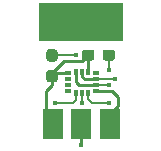
<source format=gbr>
G04 #@! TF.GenerationSoftware,KiCad,Pcbnew,(5.1.6)-1*
G04 #@! TF.CreationDate,2021-04-29T20:19:19-05:00*
G04 #@! TF.ProjectId,BEncoderBoard3(4),42456e63-6f64-4657-9242-6f6172643328,v1.0*
G04 #@! TF.SameCoordinates,Original*
G04 #@! TF.FileFunction,Copper,L1,Top*
G04 #@! TF.FilePolarity,Positive*
%FSLAX46Y46*%
G04 Gerber Fmt 4.6, Leading zero omitted, Abs format (unit mm)*
G04 Created by KiCad (PCBNEW (5.1.6)-1) date 2021-04-29 20:19:19*
%MOMM*%
%LPD*%
G01*
G04 APERTURE LIST*
G04 #@! TA.AperFunction,SMDPad,CuDef*
%ADD10R,7.200000X3.200000*%
G04 #@! TD*
G04 #@! TA.AperFunction,SMDPad,CuDef*
%ADD11R,0.350000X0.610000*%
G04 #@! TD*
G04 #@! TA.AperFunction,SMDPad,CuDef*
%ADD12R,0.610000X0.350000*%
G04 #@! TD*
G04 #@! TA.AperFunction,SMDPad,CuDef*
%ADD13R,1.800000X2.500000*%
G04 #@! TD*
G04 #@! TA.AperFunction,ViaPad*
%ADD14C,0.450000*%
G04 #@! TD*
G04 #@! TA.AperFunction,Conductor*
%ADD15C,0.127000*%
G04 #@! TD*
G04 #@! TA.AperFunction,Conductor*
%ADD16C,0.254000*%
G04 #@! TD*
G04 APERTURE END LIST*
D10*
X146761200Y-83489800D03*
G04 #@! TA.AperFunction,SMDPad,CuDef*
G36*
G01*
X144034500Y-87522800D02*
X144509500Y-87522800D01*
G75*
G02*
X144747000Y-87760300I0J-237500D01*
G01*
X144747000Y-88335300D01*
G75*
G02*
X144509500Y-88572800I-237500J0D01*
G01*
X144034500Y-88572800D01*
G75*
G02*
X143797000Y-88335300I0J237500D01*
G01*
X143797000Y-87760300D01*
G75*
G02*
X144034500Y-87522800I237500J0D01*
G01*
G37*
G04 #@! TD.AperFunction*
G04 #@! TA.AperFunction,SMDPad,CuDef*
G36*
G01*
X144034500Y-85772800D02*
X144509500Y-85772800D01*
G75*
G02*
X144747000Y-86010300I0J-237500D01*
G01*
X144747000Y-86585300D01*
G75*
G02*
X144509500Y-86822800I-237500J0D01*
G01*
X144034500Y-86822800D01*
G75*
G02*
X143797000Y-86585300I0J237500D01*
G01*
X143797000Y-86010300D01*
G75*
G02*
X144034500Y-85772800I237500J0D01*
G01*
G37*
G04 #@! TD.AperFunction*
G04 #@! TA.AperFunction,SMDPad,CuDef*
G36*
G01*
X147859000Y-86046300D02*
X147859000Y-86521300D01*
G75*
G02*
X147621500Y-86758800I-237500J0D01*
G01*
X147046500Y-86758800D01*
G75*
G02*
X146809000Y-86521300I0J237500D01*
G01*
X146809000Y-86046300D01*
G75*
G02*
X147046500Y-85808800I237500J0D01*
G01*
X147621500Y-85808800D01*
G75*
G02*
X147859000Y-86046300I0J-237500D01*
G01*
G37*
G04 #@! TD.AperFunction*
G04 #@! TA.AperFunction,SMDPad,CuDef*
G36*
G01*
X149609000Y-86046300D02*
X149609000Y-86521300D01*
G75*
G02*
X149371500Y-86758800I-237500J0D01*
G01*
X148796500Y-86758800D01*
G75*
G02*
X148559000Y-86521300I0J237500D01*
G01*
X148559000Y-86046300D01*
G75*
G02*
X148796500Y-85808800I237500J0D01*
G01*
X149371500Y-85808800D01*
G75*
G02*
X149609000Y-86046300I0J-237500D01*
G01*
G37*
G04 #@! TD.AperFunction*
D11*
X147312000Y-89479800D03*
X146812000Y-89479800D03*
X146312000Y-89479800D03*
D12*
X145652000Y-89319800D03*
X145652000Y-88819800D03*
X145652000Y-88319800D03*
X145652000Y-87819800D03*
D11*
X146312000Y-87659800D03*
X146812000Y-87659800D03*
X147312000Y-87659800D03*
D12*
X147972000Y-87819800D03*
X147972000Y-88319800D03*
X147972000Y-88819800D03*
X147972000Y-89319800D03*
D13*
X144368000Y-92125800D03*
X149168000Y-92125800D03*
X146768000Y-92125800D03*
D14*
X143510000Y-82473800D03*
X143510000Y-83489800D03*
X143510000Y-84505800D03*
X149987000Y-82473800D03*
X149987000Y-83489800D03*
X149987000Y-84505800D03*
X149098000Y-88823800D03*
X149606000Y-88315800D03*
X149084000Y-87539800D03*
X146290000Y-86297800D03*
X146768000Y-93859800D03*
X144526000Y-90347800D03*
X146812000Y-90347800D03*
X149098000Y-90347800D03*
D15*
X147972000Y-88819800D02*
X149094000Y-88819800D01*
X149094000Y-88819800D02*
X149098000Y-88823800D01*
X147972000Y-88319800D02*
X149602000Y-88319800D01*
X149602000Y-88319800D02*
X149606000Y-88315800D01*
X149084000Y-86283800D02*
X149084000Y-87285800D01*
X149084000Y-87285800D02*
X149084000Y-87539800D01*
X144272000Y-86297800D02*
X146290000Y-86297800D01*
D16*
X146768000Y-92125800D02*
X146768000Y-93859800D01*
X146812000Y-88097002D02*
X147034798Y-88319800D01*
X147034798Y-88319800D02*
X147972000Y-88319800D01*
X146812000Y-87659800D02*
X146812000Y-88097002D01*
X146312000Y-87659800D02*
X146312000Y-88577800D01*
X146554000Y-88819800D02*
X147972000Y-88819800D01*
X146312000Y-88577800D02*
X146554000Y-88819800D01*
X147334000Y-87637800D02*
X147312000Y-87659800D01*
X147334000Y-86283800D02*
X147334000Y-87637800D01*
X144500000Y-87819800D02*
X144272000Y-88047800D01*
X145652000Y-87819800D02*
X144500000Y-87819800D01*
X144272000Y-88047800D02*
X144272000Y-88823800D01*
X144272000Y-88823800D02*
X143764000Y-89331800D01*
X143764000Y-91521800D02*
X144368000Y-92125800D01*
X143764000Y-89331800D02*
X143764000Y-91521800D01*
X146826000Y-86791800D02*
X147334000Y-86283800D01*
X145288000Y-86791800D02*
X146826000Y-86791800D01*
X144272000Y-88047800D02*
X144272000Y-87807800D01*
X144272000Y-87807800D02*
X145288000Y-86791800D01*
X149168000Y-92125800D02*
X149168000Y-91293800D01*
X149168000Y-91293800D02*
X149860000Y-90601800D01*
X149860000Y-90601800D02*
X149860000Y-89839800D01*
X149340000Y-89319800D02*
X147972000Y-89319800D01*
X149860000Y-89839800D02*
X149340000Y-89319800D01*
D15*
X146312000Y-89479800D02*
X146312000Y-90085800D01*
X146312000Y-90085800D02*
X146050000Y-90347800D01*
X146050000Y-90347800D02*
X145288000Y-90347800D01*
X145288000Y-90347800D02*
X144526000Y-90347800D01*
X146812000Y-89479800D02*
X146812000Y-90347800D01*
X147312000Y-89479800D02*
X147312000Y-89958800D01*
X147701000Y-90347800D02*
X149098000Y-90347800D01*
X147312000Y-89958800D02*
X147701000Y-90347800D01*
M02*

</source>
